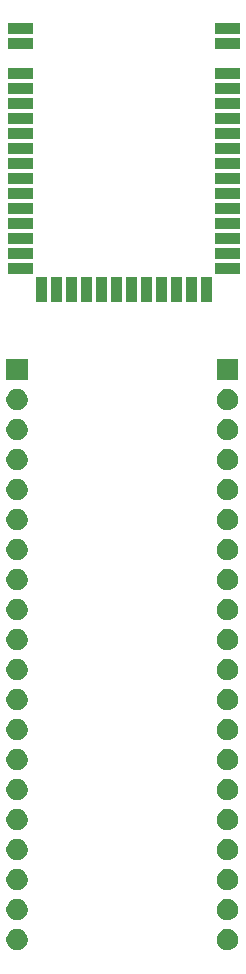
<source format=gbr>
G04 #@! TF.GenerationSoftware,KiCad,Pcbnew,(5.1.5-0-10_14)*
G04 #@! TF.CreationDate,2020-04-30T13:13:03+04:00*
G04 #@! TF.ProjectId,E73-2G4M04S1B-Breakout,4537332d-3247-4344-9d30-345331422d42,A1*
G04 #@! TF.SameCoordinates,Original*
G04 #@! TF.FileFunction,Soldermask,Top*
G04 #@! TF.FilePolarity,Negative*
%FSLAX46Y46*%
G04 Gerber Fmt 4.6, Leading zero omitted, Abs format (unit mm)*
G04 Created by KiCad (PCBNEW (5.1.5-0-10_14)) date 2020-04-30 13:13:03*
%MOMM*%
%LPD*%
G04 APERTURE LIST*
%ADD10C,0.100000*%
G04 APERTURE END LIST*
D10*
G36*
X161613512Y-142063927D02*
G01*
X161762812Y-142093624D01*
X161926784Y-142161544D01*
X162074354Y-142260147D01*
X162199853Y-142385646D01*
X162298456Y-142533216D01*
X162366376Y-142697188D01*
X162401000Y-142871259D01*
X162401000Y-143048741D01*
X162366376Y-143222812D01*
X162298456Y-143386784D01*
X162199853Y-143534354D01*
X162074354Y-143659853D01*
X161926784Y-143758456D01*
X161762812Y-143826376D01*
X161613512Y-143856073D01*
X161588742Y-143861000D01*
X161411258Y-143861000D01*
X161386488Y-143856073D01*
X161237188Y-143826376D01*
X161073216Y-143758456D01*
X160925646Y-143659853D01*
X160800147Y-143534354D01*
X160701544Y-143386784D01*
X160633624Y-143222812D01*
X160599000Y-143048741D01*
X160599000Y-142871259D01*
X160633624Y-142697188D01*
X160701544Y-142533216D01*
X160800147Y-142385646D01*
X160925646Y-142260147D01*
X161073216Y-142161544D01*
X161237188Y-142093624D01*
X161386488Y-142063927D01*
X161411258Y-142059000D01*
X161588742Y-142059000D01*
X161613512Y-142063927D01*
G37*
G36*
X143813512Y-142063927D02*
G01*
X143962812Y-142093624D01*
X144126784Y-142161544D01*
X144274354Y-142260147D01*
X144399853Y-142385646D01*
X144498456Y-142533216D01*
X144566376Y-142697188D01*
X144601000Y-142871259D01*
X144601000Y-143048741D01*
X144566376Y-143222812D01*
X144498456Y-143386784D01*
X144399853Y-143534354D01*
X144274354Y-143659853D01*
X144126784Y-143758456D01*
X143962812Y-143826376D01*
X143813512Y-143856073D01*
X143788742Y-143861000D01*
X143611258Y-143861000D01*
X143586488Y-143856073D01*
X143437188Y-143826376D01*
X143273216Y-143758456D01*
X143125646Y-143659853D01*
X143000147Y-143534354D01*
X142901544Y-143386784D01*
X142833624Y-143222812D01*
X142799000Y-143048741D01*
X142799000Y-142871259D01*
X142833624Y-142697188D01*
X142901544Y-142533216D01*
X143000147Y-142385646D01*
X143125646Y-142260147D01*
X143273216Y-142161544D01*
X143437188Y-142093624D01*
X143586488Y-142063927D01*
X143611258Y-142059000D01*
X143788742Y-142059000D01*
X143813512Y-142063927D01*
G37*
G36*
X143813512Y-139523927D02*
G01*
X143962812Y-139553624D01*
X144126784Y-139621544D01*
X144274354Y-139720147D01*
X144399853Y-139845646D01*
X144498456Y-139993216D01*
X144566376Y-140157188D01*
X144601000Y-140331259D01*
X144601000Y-140508741D01*
X144566376Y-140682812D01*
X144498456Y-140846784D01*
X144399853Y-140994354D01*
X144274354Y-141119853D01*
X144126784Y-141218456D01*
X143962812Y-141286376D01*
X143813512Y-141316073D01*
X143788742Y-141321000D01*
X143611258Y-141321000D01*
X143586488Y-141316073D01*
X143437188Y-141286376D01*
X143273216Y-141218456D01*
X143125646Y-141119853D01*
X143000147Y-140994354D01*
X142901544Y-140846784D01*
X142833624Y-140682812D01*
X142799000Y-140508741D01*
X142799000Y-140331259D01*
X142833624Y-140157188D01*
X142901544Y-139993216D01*
X143000147Y-139845646D01*
X143125646Y-139720147D01*
X143273216Y-139621544D01*
X143437188Y-139553624D01*
X143586488Y-139523927D01*
X143611258Y-139519000D01*
X143788742Y-139519000D01*
X143813512Y-139523927D01*
G37*
G36*
X161613512Y-139523927D02*
G01*
X161762812Y-139553624D01*
X161926784Y-139621544D01*
X162074354Y-139720147D01*
X162199853Y-139845646D01*
X162298456Y-139993216D01*
X162366376Y-140157188D01*
X162401000Y-140331259D01*
X162401000Y-140508741D01*
X162366376Y-140682812D01*
X162298456Y-140846784D01*
X162199853Y-140994354D01*
X162074354Y-141119853D01*
X161926784Y-141218456D01*
X161762812Y-141286376D01*
X161613512Y-141316073D01*
X161588742Y-141321000D01*
X161411258Y-141321000D01*
X161386488Y-141316073D01*
X161237188Y-141286376D01*
X161073216Y-141218456D01*
X160925646Y-141119853D01*
X160800147Y-140994354D01*
X160701544Y-140846784D01*
X160633624Y-140682812D01*
X160599000Y-140508741D01*
X160599000Y-140331259D01*
X160633624Y-140157188D01*
X160701544Y-139993216D01*
X160800147Y-139845646D01*
X160925646Y-139720147D01*
X161073216Y-139621544D01*
X161237188Y-139553624D01*
X161386488Y-139523927D01*
X161411258Y-139519000D01*
X161588742Y-139519000D01*
X161613512Y-139523927D01*
G37*
G36*
X161613512Y-136983927D02*
G01*
X161762812Y-137013624D01*
X161926784Y-137081544D01*
X162074354Y-137180147D01*
X162199853Y-137305646D01*
X162298456Y-137453216D01*
X162366376Y-137617188D01*
X162401000Y-137791259D01*
X162401000Y-137968741D01*
X162366376Y-138142812D01*
X162298456Y-138306784D01*
X162199853Y-138454354D01*
X162074354Y-138579853D01*
X161926784Y-138678456D01*
X161762812Y-138746376D01*
X161613512Y-138776073D01*
X161588742Y-138781000D01*
X161411258Y-138781000D01*
X161386488Y-138776073D01*
X161237188Y-138746376D01*
X161073216Y-138678456D01*
X160925646Y-138579853D01*
X160800147Y-138454354D01*
X160701544Y-138306784D01*
X160633624Y-138142812D01*
X160599000Y-137968741D01*
X160599000Y-137791259D01*
X160633624Y-137617188D01*
X160701544Y-137453216D01*
X160800147Y-137305646D01*
X160925646Y-137180147D01*
X161073216Y-137081544D01*
X161237188Y-137013624D01*
X161386488Y-136983927D01*
X161411258Y-136979000D01*
X161588742Y-136979000D01*
X161613512Y-136983927D01*
G37*
G36*
X143813512Y-136983927D02*
G01*
X143962812Y-137013624D01*
X144126784Y-137081544D01*
X144274354Y-137180147D01*
X144399853Y-137305646D01*
X144498456Y-137453216D01*
X144566376Y-137617188D01*
X144601000Y-137791259D01*
X144601000Y-137968741D01*
X144566376Y-138142812D01*
X144498456Y-138306784D01*
X144399853Y-138454354D01*
X144274354Y-138579853D01*
X144126784Y-138678456D01*
X143962812Y-138746376D01*
X143813512Y-138776073D01*
X143788742Y-138781000D01*
X143611258Y-138781000D01*
X143586488Y-138776073D01*
X143437188Y-138746376D01*
X143273216Y-138678456D01*
X143125646Y-138579853D01*
X143000147Y-138454354D01*
X142901544Y-138306784D01*
X142833624Y-138142812D01*
X142799000Y-137968741D01*
X142799000Y-137791259D01*
X142833624Y-137617188D01*
X142901544Y-137453216D01*
X143000147Y-137305646D01*
X143125646Y-137180147D01*
X143273216Y-137081544D01*
X143437188Y-137013624D01*
X143586488Y-136983927D01*
X143611258Y-136979000D01*
X143788742Y-136979000D01*
X143813512Y-136983927D01*
G37*
G36*
X161613512Y-134443927D02*
G01*
X161762812Y-134473624D01*
X161926784Y-134541544D01*
X162074354Y-134640147D01*
X162199853Y-134765646D01*
X162298456Y-134913216D01*
X162366376Y-135077188D01*
X162401000Y-135251259D01*
X162401000Y-135428741D01*
X162366376Y-135602812D01*
X162298456Y-135766784D01*
X162199853Y-135914354D01*
X162074354Y-136039853D01*
X161926784Y-136138456D01*
X161762812Y-136206376D01*
X161613512Y-136236073D01*
X161588742Y-136241000D01*
X161411258Y-136241000D01*
X161386488Y-136236073D01*
X161237188Y-136206376D01*
X161073216Y-136138456D01*
X160925646Y-136039853D01*
X160800147Y-135914354D01*
X160701544Y-135766784D01*
X160633624Y-135602812D01*
X160599000Y-135428741D01*
X160599000Y-135251259D01*
X160633624Y-135077188D01*
X160701544Y-134913216D01*
X160800147Y-134765646D01*
X160925646Y-134640147D01*
X161073216Y-134541544D01*
X161237188Y-134473624D01*
X161386488Y-134443927D01*
X161411258Y-134439000D01*
X161588742Y-134439000D01*
X161613512Y-134443927D01*
G37*
G36*
X143813512Y-134443927D02*
G01*
X143962812Y-134473624D01*
X144126784Y-134541544D01*
X144274354Y-134640147D01*
X144399853Y-134765646D01*
X144498456Y-134913216D01*
X144566376Y-135077188D01*
X144601000Y-135251259D01*
X144601000Y-135428741D01*
X144566376Y-135602812D01*
X144498456Y-135766784D01*
X144399853Y-135914354D01*
X144274354Y-136039853D01*
X144126784Y-136138456D01*
X143962812Y-136206376D01*
X143813512Y-136236073D01*
X143788742Y-136241000D01*
X143611258Y-136241000D01*
X143586488Y-136236073D01*
X143437188Y-136206376D01*
X143273216Y-136138456D01*
X143125646Y-136039853D01*
X143000147Y-135914354D01*
X142901544Y-135766784D01*
X142833624Y-135602812D01*
X142799000Y-135428741D01*
X142799000Y-135251259D01*
X142833624Y-135077188D01*
X142901544Y-134913216D01*
X143000147Y-134765646D01*
X143125646Y-134640147D01*
X143273216Y-134541544D01*
X143437188Y-134473624D01*
X143586488Y-134443927D01*
X143611258Y-134439000D01*
X143788742Y-134439000D01*
X143813512Y-134443927D01*
G37*
G36*
X143813512Y-131903927D02*
G01*
X143962812Y-131933624D01*
X144126784Y-132001544D01*
X144274354Y-132100147D01*
X144399853Y-132225646D01*
X144498456Y-132373216D01*
X144566376Y-132537188D01*
X144601000Y-132711259D01*
X144601000Y-132888741D01*
X144566376Y-133062812D01*
X144498456Y-133226784D01*
X144399853Y-133374354D01*
X144274354Y-133499853D01*
X144126784Y-133598456D01*
X143962812Y-133666376D01*
X143813512Y-133696073D01*
X143788742Y-133701000D01*
X143611258Y-133701000D01*
X143586488Y-133696073D01*
X143437188Y-133666376D01*
X143273216Y-133598456D01*
X143125646Y-133499853D01*
X143000147Y-133374354D01*
X142901544Y-133226784D01*
X142833624Y-133062812D01*
X142799000Y-132888741D01*
X142799000Y-132711259D01*
X142833624Y-132537188D01*
X142901544Y-132373216D01*
X143000147Y-132225646D01*
X143125646Y-132100147D01*
X143273216Y-132001544D01*
X143437188Y-131933624D01*
X143586488Y-131903927D01*
X143611258Y-131899000D01*
X143788742Y-131899000D01*
X143813512Y-131903927D01*
G37*
G36*
X161613512Y-131903927D02*
G01*
X161762812Y-131933624D01*
X161926784Y-132001544D01*
X162074354Y-132100147D01*
X162199853Y-132225646D01*
X162298456Y-132373216D01*
X162366376Y-132537188D01*
X162401000Y-132711259D01*
X162401000Y-132888741D01*
X162366376Y-133062812D01*
X162298456Y-133226784D01*
X162199853Y-133374354D01*
X162074354Y-133499853D01*
X161926784Y-133598456D01*
X161762812Y-133666376D01*
X161613512Y-133696073D01*
X161588742Y-133701000D01*
X161411258Y-133701000D01*
X161386488Y-133696073D01*
X161237188Y-133666376D01*
X161073216Y-133598456D01*
X160925646Y-133499853D01*
X160800147Y-133374354D01*
X160701544Y-133226784D01*
X160633624Y-133062812D01*
X160599000Y-132888741D01*
X160599000Y-132711259D01*
X160633624Y-132537188D01*
X160701544Y-132373216D01*
X160800147Y-132225646D01*
X160925646Y-132100147D01*
X161073216Y-132001544D01*
X161237188Y-131933624D01*
X161386488Y-131903927D01*
X161411258Y-131899000D01*
X161588742Y-131899000D01*
X161613512Y-131903927D01*
G37*
G36*
X143813512Y-129363927D02*
G01*
X143962812Y-129393624D01*
X144126784Y-129461544D01*
X144274354Y-129560147D01*
X144399853Y-129685646D01*
X144498456Y-129833216D01*
X144566376Y-129997188D01*
X144601000Y-130171259D01*
X144601000Y-130348741D01*
X144566376Y-130522812D01*
X144498456Y-130686784D01*
X144399853Y-130834354D01*
X144274354Y-130959853D01*
X144126784Y-131058456D01*
X143962812Y-131126376D01*
X143813512Y-131156073D01*
X143788742Y-131161000D01*
X143611258Y-131161000D01*
X143586488Y-131156073D01*
X143437188Y-131126376D01*
X143273216Y-131058456D01*
X143125646Y-130959853D01*
X143000147Y-130834354D01*
X142901544Y-130686784D01*
X142833624Y-130522812D01*
X142799000Y-130348741D01*
X142799000Y-130171259D01*
X142833624Y-129997188D01*
X142901544Y-129833216D01*
X143000147Y-129685646D01*
X143125646Y-129560147D01*
X143273216Y-129461544D01*
X143437188Y-129393624D01*
X143586488Y-129363927D01*
X143611258Y-129359000D01*
X143788742Y-129359000D01*
X143813512Y-129363927D01*
G37*
G36*
X161613512Y-129363927D02*
G01*
X161762812Y-129393624D01*
X161926784Y-129461544D01*
X162074354Y-129560147D01*
X162199853Y-129685646D01*
X162298456Y-129833216D01*
X162366376Y-129997188D01*
X162401000Y-130171259D01*
X162401000Y-130348741D01*
X162366376Y-130522812D01*
X162298456Y-130686784D01*
X162199853Y-130834354D01*
X162074354Y-130959853D01*
X161926784Y-131058456D01*
X161762812Y-131126376D01*
X161613512Y-131156073D01*
X161588742Y-131161000D01*
X161411258Y-131161000D01*
X161386488Y-131156073D01*
X161237188Y-131126376D01*
X161073216Y-131058456D01*
X160925646Y-130959853D01*
X160800147Y-130834354D01*
X160701544Y-130686784D01*
X160633624Y-130522812D01*
X160599000Y-130348741D01*
X160599000Y-130171259D01*
X160633624Y-129997188D01*
X160701544Y-129833216D01*
X160800147Y-129685646D01*
X160925646Y-129560147D01*
X161073216Y-129461544D01*
X161237188Y-129393624D01*
X161386488Y-129363927D01*
X161411258Y-129359000D01*
X161588742Y-129359000D01*
X161613512Y-129363927D01*
G37*
G36*
X143813512Y-126823927D02*
G01*
X143962812Y-126853624D01*
X144126784Y-126921544D01*
X144274354Y-127020147D01*
X144399853Y-127145646D01*
X144498456Y-127293216D01*
X144566376Y-127457188D01*
X144601000Y-127631259D01*
X144601000Y-127808741D01*
X144566376Y-127982812D01*
X144498456Y-128146784D01*
X144399853Y-128294354D01*
X144274354Y-128419853D01*
X144126784Y-128518456D01*
X143962812Y-128586376D01*
X143813512Y-128616073D01*
X143788742Y-128621000D01*
X143611258Y-128621000D01*
X143586488Y-128616073D01*
X143437188Y-128586376D01*
X143273216Y-128518456D01*
X143125646Y-128419853D01*
X143000147Y-128294354D01*
X142901544Y-128146784D01*
X142833624Y-127982812D01*
X142799000Y-127808741D01*
X142799000Y-127631259D01*
X142833624Y-127457188D01*
X142901544Y-127293216D01*
X143000147Y-127145646D01*
X143125646Y-127020147D01*
X143273216Y-126921544D01*
X143437188Y-126853624D01*
X143586488Y-126823927D01*
X143611258Y-126819000D01*
X143788742Y-126819000D01*
X143813512Y-126823927D01*
G37*
G36*
X161613512Y-126823927D02*
G01*
X161762812Y-126853624D01*
X161926784Y-126921544D01*
X162074354Y-127020147D01*
X162199853Y-127145646D01*
X162298456Y-127293216D01*
X162366376Y-127457188D01*
X162401000Y-127631259D01*
X162401000Y-127808741D01*
X162366376Y-127982812D01*
X162298456Y-128146784D01*
X162199853Y-128294354D01*
X162074354Y-128419853D01*
X161926784Y-128518456D01*
X161762812Y-128586376D01*
X161613512Y-128616073D01*
X161588742Y-128621000D01*
X161411258Y-128621000D01*
X161386488Y-128616073D01*
X161237188Y-128586376D01*
X161073216Y-128518456D01*
X160925646Y-128419853D01*
X160800147Y-128294354D01*
X160701544Y-128146784D01*
X160633624Y-127982812D01*
X160599000Y-127808741D01*
X160599000Y-127631259D01*
X160633624Y-127457188D01*
X160701544Y-127293216D01*
X160800147Y-127145646D01*
X160925646Y-127020147D01*
X161073216Y-126921544D01*
X161237188Y-126853624D01*
X161386488Y-126823927D01*
X161411258Y-126819000D01*
X161588742Y-126819000D01*
X161613512Y-126823927D01*
G37*
G36*
X161613512Y-124283927D02*
G01*
X161762812Y-124313624D01*
X161926784Y-124381544D01*
X162074354Y-124480147D01*
X162199853Y-124605646D01*
X162298456Y-124753216D01*
X162366376Y-124917188D01*
X162401000Y-125091259D01*
X162401000Y-125268741D01*
X162366376Y-125442812D01*
X162298456Y-125606784D01*
X162199853Y-125754354D01*
X162074354Y-125879853D01*
X161926784Y-125978456D01*
X161762812Y-126046376D01*
X161613512Y-126076073D01*
X161588742Y-126081000D01*
X161411258Y-126081000D01*
X161386488Y-126076073D01*
X161237188Y-126046376D01*
X161073216Y-125978456D01*
X160925646Y-125879853D01*
X160800147Y-125754354D01*
X160701544Y-125606784D01*
X160633624Y-125442812D01*
X160599000Y-125268741D01*
X160599000Y-125091259D01*
X160633624Y-124917188D01*
X160701544Y-124753216D01*
X160800147Y-124605646D01*
X160925646Y-124480147D01*
X161073216Y-124381544D01*
X161237188Y-124313624D01*
X161386488Y-124283927D01*
X161411258Y-124279000D01*
X161588742Y-124279000D01*
X161613512Y-124283927D01*
G37*
G36*
X143813512Y-124283927D02*
G01*
X143962812Y-124313624D01*
X144126784Y-124381544D01*
X144274354Y-124480147D01*
X144399853Y-124605646D01*
X144498456Y-124753216D01*
X144566376Y-124917188D01*
X144601000Y-125091259D01*
X144601000Y-125268741D01*
X144566376Y-125442812D01*
X144498456Y-125606784D01*
X144399853Y-125754354D01*
X144274354Y-125879853D01*
X144126784Y-125978456D01*
X143962812Y-126046376D01*
X143813512Y-126076073D01*
X143788742Y-126081000D01*
X143611258Y-126081000D01*
X143586488Y-126076073D01*
X143437188Y-126046376D01*
X143273216Y-125978456D01*
X143125646Y-125879853D01*
X143000147Y-125754354D01*
X142901544Y-125606784D01*
X142833624Y-125442812D01*
X142799000Y-125268741D01*
X142799000Y-125091259D01*
X142833624Y-124917188D01*
X142901544Y-124753216D01*
X143000147Y-124605646D01*
X143125646Y-124480147D01*
X143273216Y-124381544D01*
X143437188Y-124313624D01*
X143586488Y-124283927D01*
X143611258Y-124279000D01*
X143788742Y-124279000D01*
X143813512Y-124283927D01*
G37*
G36*
X143813512Y-121743927D02*
G01*
X143962812Y-121773624D01*
X144126784Y-121841544D01*
X144274354Y-121940147D01*
X144399853Y-122065646D01*
X144498456Y-122213216D01*
X144566376Y-122377188D01*
X144601000Y-122551259D01*
X144601000Y-122728741D01*
X144566376Y-122902812D01*
X144498456Y-123066784D01*
X144399853Y-123214354D01*
X144274354Y-123339853D01*
X144126784Y-123438456D01*
X143962812Y-123506376D01*
X143813512Y-123536073D01*
X143788742Y-123541000D01*
X143611258Y-123541000D01*
X143586488Y-123536073D01*
X143437188Y-123506376D01*
X143273216Y-123438456D01*
X143125646Y-123339853D01*
X143000147Y-123214354D01*
X142901544Y-123066784D01*
X142833624Y-122902812D01*
X142799000Y-122728741D01*
X142799000Y-122551259D01*
X142833624Y-122377188D01*
X142901544Y-122213216D01*
X143000147Y-122065646D01*
X143125646Y-121940147D01*
X143273216Y-121841544D01*
X143437188Y-121773624D01*
X143586488Y-121743927D01*
X143611258Y-121739000D01*
X143788742Y-121739000D01*
X143813512Y-121743927D01*
G37*
G36*
X161613512Y-121743927D02*
G01*
X161762812Y-121773624D01*
X161926784Y-121841544D01*
X162074354Y-121940147D01*
X162199853Y-122065646D01*
X162298456Y-122213216D01*
X162366376Y-122377188D01*
X162401000Y-122551259D01*
X162401000Y-122728741D01*
X162366376Y-122902812D01*
X162298456Y-123066784D01*
X162199853Y-123214354D01*
X162074354Y-123339853D01*
X161926784Y-123438456D01*
X161762812Y-123506376D01*
X161613512Y-123536073D01*
X161588742Y-123541000D01*
X161411258Y-123541000D01*
X161386488Y-123536073D01*
X161237188Y-123506376D01*
X161073216Y-123438456D01*
X160925646Y-123339853D01*
X160800147Y-123214354D01*
X160701544Y-123066784D01*
X160633624Y-122902812D01*
X160599000Y-122728741D01*
X160599000Y-122551259D01*
X160633624Y-122377188D01*
X160701544Y-122213216D01*
X160800147Y-122065646D01*
X160925646Y-121940147D01*
X161073216Y-121841544D01*
X161237188Y-121773624D01*
X161386488Y-121743927D01*
X161411258Y-121739000D01*
X161588742Y-121739000D01*
X161613512Y-121743927D01*
G37*
G36*
X143813512Y-119203927D02*
G01*
X143962812Y-119233624D01*
X144126784Y-119301544D01*
X144274354Y-119400147D01*
X144399853Y-119525646D01*
X144498456Y-119673216D01*
X144566376Y-119837188D01*
X144601000Y-120011259D01*
X144601000Y-120188741D01*
X144566376Y-120362812D01*
X144498456Y-120526784D01*
X144399853Y-120674354D01*
X144274354Y-120799853D01*
X144126784Y-120898456D01*
X143962812Y-120966376D01*
X143813512Y-120996073D01*
X143788742Y-121001000D01*
X143611258Y-121001000D01*
X143586488Y-120996073D01*
X143437188Y-120966376D01*
X143273216Y-120898456D01*
X143125646Y-120799853D01*
X143000147Y-120674354D01*
X142901544Y-120526784D01*
X142833624Y-120362812D01*
X142799000Y-120188741D01*
X142799000Y-120011259D01*
X142833624Y-119837188D01*
X142901544Y-119673216D01*
X143000147Y-119525646D01*
X143125646Y-119400147D01*
X143273216Y-119301544D01*
X143437188Y-119233624D01*
X143586488Y-119203927D01*
X143611258Y-119199000D01*
X143788742Y-119199000D01*
X143813512Y-119203927D01*
G37*
G36*
X161613512Y-119203927D02*
G01*
X161762812Y-119233624D01*
X161926784Y-119301544D01*
X162074354Y-119400147D01*
X162199853Y-119525646D01*
X162298456Y-119673216D01*
X162366376Y-119837188D01*
X162401000Y-120011259D01*
X162401000Y-120188741D01*
X162366376Y-120362812D01*
X162298456Y-120526784D01*
X162199853Y-120674354D01*
X162074354Y-120799853D01*
X161926784Y-120898456D01*
X161762812Y-120966376D01*
X161613512Y-120996073D01*
X161588742Y-121001000D01*
X161411258Y-121001000D01*
X161386488Y-120996073D01*
X161237188Y-120966376D01*
X161073216Y-120898456D01*
X160925646Y-120799853D01*
X160800147Y-120674354D01*
X160701544Y-120526784D01*
X160633624Y-120362812D01*
X160599000Y-120188741D01*
X160599000Y-120011259D01*
X160633624Y-119837188D01*
X160701544Y-119673216D01*
X160800147Y-119525646D01*
X160925646Y-119400147D01*
X161073216Y-119301544D01*
X161237188Y-119233624D01*
X161386488Y-119203927D01*
X161411258Y-119199000D01*
X161588742Y-119199000D01*
X161613512Y-119203927D01*
G37*
G36*
X143813512Y-116663927D02*
G01*
X143962812Y-116693624D01*
X144126784Y-116761544D01*
X144274354Y-116860147D01*
X144399853Y-116985646D01*
X144498456Y-117133216D01*
X144566376Y-117297188D01*
X144601000Y-117471259D01*
X144601000Y-117648741D01*
X144566376Y-117822812D01*
X144498456Y-117986784D01*
X144399853Y-118134354D01*
X144274354Y-118259853D01*
X144126784Y-118358456D01*
X143962812Y-118426376D01*
X143813512Y-118456073D01*
X143788742Y-118461000D01*
X143611258Y-118461000D01*
X143586488Y-118456073D01*
X143437188Y-118426376D01*
X143273216Y-118358456D01*
X143125646Y-118259853D01*
X143000147Y-118134354D01*
X142901544Y-117986784D01*
X142833624Y-117822812D01*
X142799000Y-117648741D01*
X142799000Y-117471259D01*
X142833624Y-117297188D01*
X142901544Y-117133216D01*
X143000147Y-116985646D01*
X143125646Y-116860147D01*
X143273216Y-116761544D01*
X143437188Y-116693624D01*
X143586488Y-116663927D01*
X143611258Y-116659000D01*
X143788742Y-116659000D01*
X143813512Y-116663927D01*
G37*
G36*
X161613512Y-116663927D02*
G01*
X161762812Y-116693624D01*
X161926784Y-116761544D01*
X162074354Y-116860147D01*
X162199853Y-116985646D01*
X162298456Y-117133216D01*
X162366376Y-117297188D01*
X162401000Y-117471259D01*
X162401000Y-117648741D01*
X162366376Y-117822812D01*
X162298456Y-117986784D01*
X162199853Y-118134354D01*
X162074354Y-118259853D01*
X161926784Y-118358456D01*
X161762812Y-118426376D01*
X161613512Y-118456073D01*
X161588742Y-118461000D01*
X161411258Y-118461000D01*
X161386488Y-118456073D01*
X161237188Y-118426376D01*
X161073216Y-118358456D01*
X160925646Y-118259853D01*
X160800147Y-118134354D01*
X160701544Y-117986784D01*
X160633624Y-117822812D01*
X160599000Y-117648741D01*
X160599000Y-117471259D01*
X160633624Y-117297188D01*
X160701544Y-117133216D01*
X160800147Y-116985646D01*
X160925646Y-116860147D01*
X161073216Y-116761544D01*
X161237188Y-116693624D01*
X161386488Y-116663927D01*
X161411258Y-116659000D01*
X161588742Y-116659000D01*
X161613512Y-116663927D01*
G37*
G36*
X143813512Y-114123927D02*
G01*
X143962812Y-114153624D01*
X144126784Y-114221544D01*
X144274354Y-114320147D01*
X144399853Y-114445646D01*
X144498456Y-114593216D01*
X144566376Y-114757188D01*
X144601000Y-114931259D01*
X144601000Y-115108741D01*
X144566376Y-115282812D01*
X144498456Y-115446784D01*
X144399853Y-115594354D01*
X144274354Y-115719853D01*
X144126784Y-115818456D01*
X143962812Y-115886376D01*
X143813512Y-115916073D01*
X143788742Y-115921000D01*
X143611258Y-115921000D01*
X143586488Y-115916073D01*
X143437188Y-115886376D01*
X143273216Y-115818456D01*
X143125646Y-115719853D01*
X143000147Y-115594354D01*
X142901544Y-115446784D01*
X142833624Y-115282812D01*
X142799000Y-115108741D01*
X142799000Y-114931259D01*
X142833624Y-114757188D01*
X142901544Y-114593216D01*
X143000147Y-114445646D01*
X143125646Y-114320147D01*
X143273216Y-114221544D01*
X143437188Y-114153624D01*
X143586488Y-114123927D01*
X143611258Y-114119000D01*
X143788742Y-114119000D01*
X143813512Y-114123927D01*
G37*
G36*
X161613512Y-114123927D02*
G01*
X161762812Y-114153624D01*
X161926784Y-114221544D01*
X162074354Y-114320147D01*
X162199853Y-114445646D01*
X162298456Y-114593216D01*
X162366376Y-114757188D01*
X162401000Y-114931259D01*
X162401000Y-115108741D01*
X162366376Y-115282812D01*
X162298456Y-115446784D01*
X162199853Y-115594354D01*
X162074354Y-115719853D01*
X161926784Y-115818456D01*
X161762812Y-115886376D01*
X161613512Y-115916073D01*
X161588742Y-115921000D01*
X161411258Y-115921000D01*
X161386488Y-115916073D01*
X161237188Y-115886376D01*
X161073216Y-115818456D01*
X160925646Y-115719853D01*
X160800147Y-115594354D01*
X160701544Y-115446784D01*
X160633624Y-115282812D01*
X160599000Y-115108741D01*
X160599000Y-114931259D01*
X160633624Y-114757188D01*
X160701544Y-114593216D01*
X160800147Y-114445646D01*
X160925646Y-114320147D01*
X161073216Y-114221544D01*
X161237188Y-114153624D01*
X161386488Y-114123927D01*
X161411258Y-114119000D01*
X161588742Y-114119000D01*
X161613512Y-114123927D01*
G37*
G36*
X143813512Y-111583927D02*
G01*
X143962812Y-111613624D01*
X144126784Y-111681544D01*
X144274354Y-111780147D01*
X144399853Y-111905646D01*
X144498456Y-112053216D01*
X144566376Y-112217188D01*
X144601000Y-112391259D01*
X144601000Y-112568741D01*
X144566376Y-112742812D01*
X144498456Y-112906784D01*
X144399853Y-113054354D01*
X144274354Y-113179853D01*
X144126784Y-113278456D01*
X143962812Y-113346376D01*
X143813512Y-113376073D01*
X143788742Y-113381000D01*
X143611258Y-113381000D01*
X143586488Y-113376073D01*
X143437188Y-113346376D01*
X143273216Y-113278456D01*
X143125646Y-113179853D01*
X143000147Y-113054354D01*
X142901544Y-112906784D01*
X142833624Y-112742812D01*
X142799000Y-112568741D01*
X142799000Y-112391259D01*
X142833624Y-112217188D01*
X142901544Y-112053216D01*
X143000147Y-111905646D01*
X143125646Y-111780147D01*
X143273216Y-111681544D01*
X143437188Y-111613624D01*
X143586488Y-111583927D01*
X143611258Y-111579000D01*
X143788742Y-111579000D01*
X143813512Y-111583927D01*
G37*
G36*
X161613512Y-111583927D02*
G01*
X161762812Y-111613624D01*
X161926784Y-111681544D01*
X162074354Y-111780147D01*
X162199853Y-111905646D01*
X162298456Y-112053216D01*
X162366376Y-112217188D01*
X162401000Y-112391259D01*
X162401000Y-112568741D01*
X162366376Y-112742812D01*
X162298456Y-112906784D01*
X162199853Y-113054354D01*
X162074354Y-113179853D01*
X161926784Y-113278456D01*
X161762812Y-113346376D01*
X161613512Y-113376073D01*
X161588742Y-113381000D01*
X161411258Y-113381000D01*
X161386488Y-113376073D01*
X161237188Y-113346376D01*
X161073216Y-113278456D01*
X160925646Y-113179853D01*
X160800147Y-113054354D01*
X160701544Y-112906784D01*
X160633624Y-112742812D01*
X160599000Y-112568741D01*
X160599000Y-112391259D01*
X160633624Y-112217188D01*
X160701544Y-112053216D01*
X160800147Y-111905646D01*
X160925646Y-111780147D01*
X161073216Y-111681544D01*
X161237188Y-111613624D01*
X161386488Y-111583927D01*
X161411258Y-111579000D01*
X161588742Y-111579000D01*
X161613512Y-111583927D01*
G37*
G36*
X161613512Y-109043927D02*
G01*
X161762812Y-109073624D01*
X161926784Y-109141544D01*
X162074354Y-109240147D01*
X162199853Y-109365646D01*
X162298456Y-109513216D01*
X162366376Y-109677188D01*
X162401000Y-109851259D01*
X162401000Y-110028741D01*
X162366376Y-110202812D01*
X162298456Y-110366784D01*
X162199853Y-110514354D01*
X162074354Y-110639853D01*
X161926784Y-110738456D01*
X161762812Y-110806376D01*
X161613512Y-110836073D01*
X161588742Y-110841000D01*
X161411258Y-110841000D01*
X161386488Y-110836073D01*
X161237188Y-110806376D01*
X161073216Y-110738456D01*
X160925646Y-110639853D01*
X160800147Y-110514354D01*
X160701544Y-110366784D01*
X160633624Y-110202812D01*
X160599000Y-110028741D01*
X160599000Y-109851259D01*
X160633624Y-109677188D01*
X160701544Y-109513216D01*
X160800147Y-109365646D01*
X160925646Y-109240147D01*
X161073216Y-109141544D01*
X161237188Y-109073624D01*
X161386488Y-109043927D01*
X161411258Y-109039000D01*
X161588742Y-109039000D01*
X161613512Y-109043927D01*
G37*
G36*
X143813512Y-109043927D02*
G01*
X143962812Y-109073624D01*
X144126784Y-109141544D01*
X144274354Y-109240147D01*
X144399853Y-109365646D01*
X144498456Y-109513216D01*
X144566376Y-109677188D01*
X144601000Y-109851259D01*
X144601000Y-110028741D01*
X144566376Y-110202812D01*
X144498456Y-110366784D01*
X144399853Y-110514354D01*
X144274354Y-110639853D01*
X144126784Y-110738456D01*
X143962812Y-110806376D01*
X143813512Y-110836073D01*
X143788742Y-110841000D01*
X143611258Y-110841000D01*
X143586488Y-110836073D01*
X143437188Y-110806376D01*
X143273216Y-110738456D01*
X143125646Y-110639853D01*
X143000147Y-110514354D01*
X142901544Y-110366784D01*
X142833624Y-110202812D01*
X142799000Y-110028741D01*
X142799000Y-109851259D01*
X142833624Y-109677188D01*
X142901544Y-109513216D01*
X143000147Y-109365646D01*
X143125646Y-109240147D01*
X143273216Y-109141544D01*
X143437188Y-109073624D01*
X143586488Y-109043927D01*
X143611258Y-109039000D01*
X143788742Y-109039000D01*
X143813512Y-109043927D01*
G37*
G36*
X143813512Y-106503927D02*
G01*
X143962812Y-106533624D01*
X144126784Y-106601544D01*
X144274354Y-106700147D01*
X144399853Y-106825646D01*
X144498456Y-106973216D01*
X144566376Y-107137188D01*
X144601000Y-107311259D01*
X144601000Y-107488741D01*
X144566376Y-107662812D01*
X144498456Y-107826784D01*
X144399853Y-107974354D01*
X144274354Y-108099853D01*
X144126784Y-108198456D01*
X143962812Y-108266376D01*
X143813512Y-108296073D01*
X143788742Y-108301000D01*
X143611258Y-108301000D01*
X143586488Y-108296073D01*
X143437188Y-108266376D01*
X143273216Y-108198456D01*
X143125646Y-108099853D01*
X143000147Y-107974354D01*
X142901544Y-107826784D01*
X142833624Y-107662812D01*
X142799000Y-107488741D01*
X142799000Y-107311259D01*
X142833624Y-107137188D01*
X142901544Y-106973216D01*
X143000147Y-106825646D01*
X143125646Y-106700147D01*
X143273216Y-106601544D01*
X143437188Y-106533624D01*
X143586488Y-106503927D01*
X143611258Y-106499000D01*
X143788742Y-106499000D01*
X143813512Y-106503927D01*
G37*
G36*
X161613512Y-106503927D02*
G01*
X161762812Y-106533624D01*
X161926784Y-106601544D01*
X162074354Y-106700147D01*
X162199853Y-106825646D01*
X162298456Y-106973216D01*
X162366376Y-107137188D01*
X162401000Y-107311259D01*
X162401000Y-107488741D01*
X162366376Y-107662812D01*
X162298456Y-107826784D01*
X162199853Y-107974354D01*
X162074354Y-108099853D01*
X161926784Y-108198456D01*
X161762812Y-108266376D01*
X161613512Y-108296073D01*
X161588742Y-108301000D01*
X161411258Y-108301000D01*
X161386488Y-108296073D01*
X161237188Y-108266376D01*
X161073216Y-108198456D01*
X160925646Y-108099853D01*
X160800147Y-107974354D01*
X160701544Y-107826784D01*
X160633624Y-107662812D01*
X160599000Y-107488741D01*
X160599000Y-107311259D01*
X160633624Y-107137188D01*
X160701544Y-106973216D01*
X160800147Y-106825646D01*
X160925646Y-106700147D01*
X161073216Y-106601544D01*
X161237188Y-106533624D01*
X161386488Y-106503927D01*
X161411258Y-106499000D01*
X161588742Y-106499000D01*
X161613512Y-106503927D01*
G37*
G36*
X143813512Y-103963927D02*
G01*
X143962812Y-103993624D01*
X144126784Y-104061544D01*
X144274354Y-104160147D01*
X144399853Y-104285646D01*
X144498456Y-104433216D01*
X144566376Y-104597188D01*
X144601000Y-104771259D01*
X144601000Y-104948741D01*
X144566376Y-105122812D01*
X144498456Y-105286784D01*
X144399853Y-105434354D01*
X144274354Y-105559853D01*
X144126784Y-105658456D01*
X143962812Y-105726376D01*
X143813512Y-105756073D01*
X143788742Y-105761000D01*
X143611258Y-105761000D01*
X143586488Y-105756073D01*
X143437188Y-105726376D01*
X143273216Y-105658456D01*
X143125646Y-105559853D01*
X143000147Y-105434354D01*
X142901544Y-105286784D01*
X142833624Y-105122812D01*
X142799000Y-104948741D01*
X142799000Y-104771259D01*
X142833624Y-104597188D01*
X142901544Y-104433216D01*
X143000147Y-104285646D01*
X143125646Y-104160147D01*
X143273216Y-104061544D01*
X143437188Y-103993624D01*
X143586488Y-103963927D01*
X143611258Y-103959000D01*
X143788742Y-103959000D01*
X143813512Y-103963927D01*
G37*
G36*
X161613512Y-103963927D02*
G01*
X161762812Y-103993624D01*
X161926784Y-104061544D01*
X162074354Y-104160147D01*
X162199853Y-104285646D01*
X162298456Y-104433216D01*
X162366376Y-104597188D01*
X162401000Y-104771259D01*
X162401000Y-104948741D01*
X162366376Y-105122812D01*
X162298456Y-105286784D01*
X162199853Y-105434354D01*
X162074354Y-105559853D01*
X161926784Y-105658456D01*
X161762812Y-105726376D01*
X161613512Y-105756073D01*
X161588742Y-105761000D01*
X161411258Y-105761000D01*
X161386488Y-105756073D01*
X161237188Y-105726376D01*
X161073216Y-105658456D01*
X160925646Y-105559853D01*
X160800147Y-105434354D01*
X160701544Y-105286784D01*
X160633624Y-105122812D01*
X160599000Y-104948741D01*
X160599000Y-104771259D01*
X160633624Y-104597188D01*
X160701544Y-104433216D01*
X160800147Y-104285646D01*
X160925646Y-104160147D01*
X161073216Y-104061544D01*
X161237188Y-103993624D01*
X161386488Y-103963927D01*
X161411258Y-103959000D01*
X161588742Y-103959000D01*
X161613512Y-103963927D01*
G37*
G36*
X143813512Y-101423927D02*
G01*
X143962812Y-101453624D01*
X144126784Y-101521544D01*
X144274354Y-101620147D01*
X144399853Y-101745646D01*
X144498456Y-101893216D01*
X144566376Y-102057188D01*
X144601000Y-102231259D01*
X144601000Y-102408741D01*
X144566376Y-102582812D01*
X144498456Y-102746784D01*
X144399853Y-102894354D01*
X144274354Y-103019853D01*
X144126784Y-103118456D01*
X143962812Y-103186376D01*
X143813512Y-103216073D01*
X143788742Y-103221000D01*
X143611258Y-103221000D01*
X143586488Y-103216073D01*
X143437188Y-103186376D01*
X143273216Y-103118456D01*
X143125646Y-103019853D01*
X143000147Y-102894354D01*
X142901544Y-102746784D01*
X142833624Y-102582812D01*
X142799000Y-102408741D01*
X142799000Y-102231259D01*
X142833624Y-102057188D01*
X142901544Y-101893216D01*
X143000147Y-101745646D01*
X143125646Y-101620147D01*
X143273216Y-101521544D01*
X143437188Y-101453624D01*
X143586488Y-101423927D01*
X143611258Y-101419000D01*
X143788742Y-101419000D01*
X143813512Y-101423927D01*
G37*
G36*
X161613512Y-101423927D02*
G01*
X161762812Y-101453624D01*
X161926784Y-101521544D01*
X162074354Y-101620147D01*
X162199853Y-101745646D01*
X162298456Y-101893216D01*
X162366376Y-102057188D01*
X162401000Y-102231259D01*
X162401000Y-102408741D01*
X162366376Y-102582812D01*
X162298456Y-102746784D01*
X162199853Y-102894354D01*
X162074354Y-103019853D01*
X161926784Y-103118456D01*
X161762812Y-103186376D01*
X161613512Y-103216073D01*
X161588742Y-103221000D01*
X161411258Y-103221000D01*
X161386488Y-103216073D01*
X161237188Y-103186376D01*
X161073216Y-103118456D01*
X160925646Y-103019853D01*
X160800147Y-102894354D01*
X160701544Y-102746784D01*
X160633624Y-102582812D01*
X160599000Y-102408741D01*
X160599000Y-102231259D01*
X160633624Y-102057188D01*
X160701544Y-101893216D01*
X160800147Y-101745646D01*
X160925646Y-101620147D01*
X161073216Y-101521544D01*
X161237188Y-101453624D01*
X161386488Y-101423927D01*
X161411258Y-101419000D01*
X161588742Y-101419000D01*
X161613512Y-101423927D01*
G37*
G36*
X143813512Y-98883927D02*
G01*
X143962812Y-98913624D01*
X144126784Y-98981544D01*
X144274354Y-99080147D01*
X144399853Y-99205646D01*
X144498456Y-99353216D01*
X144566376Y-99517188D01*
X144601000Y-99691259D01*
X144601000Y-99868741D01*
X144566376Y-100042812D01*
X144498456Y-100206784D01*
X144399853Y-100354354D01*
X144274354Y-100479853D01*
X144126784Y-100578456D01*
X143962812Y-100646376D01*
X143813512Y-100676073D01*
X143788742Y-100681000D01*
X143611258Y-100681000D01*
X143586488Y-100676073D01*
X143437188Y-100646376D01*
X143273216Y-100578456D01*
X143125646Y-100479853D01*
X143000147Y-100354354D01*
X142901544Y-100206784D01*
X142833624Y-100042812D01*
X142799000Y-99868741D01*
X142799000Y-99691259D01*
X142833624Y-99517188D01*
X142901544Y-99353216D01*
X143000147Y-99205646D01*
X143125646Y-99080147D01*
X143273216Y-98981544D01*
X143437188Y-98913624D01*
X143586488Y-98883927D01*
X143611258Y-98879000D01*
X143788742Y-98879000D01*
X143813512Y-98883927D01*
G37*
G36*
X161613512Y-98883927D02*
G01*
X161762812Y-98913624D01*
X161926784Y-98981544D01*
X162074354Y-99080147D01*
X162199853Y-99205646D01*
X162298456Y-99353216D01*
X162366376Y-99517188D01*
X162401000Y-99691259D01*
X162401000Y-99868741D01*
X162366376Y-100042812D01*
X162298456Y-100206784D01*
X162199853Y-100354354D01*
X162074354Y-100479853D01*
X161926784Y-100578456D01*
X161762812Y-100646376D01*
X161613512Y-100676073D01*
X161588742Y-100681000D01*
X161411258Y-100681000D01*
X161386488Y-100676073D01*
X161237188Y-100646376D01*
X161073216Y-100578456D01*
X160925646Y-100479853D01*
X160800147Y-100354354D01*
X160701544Y-100206784D01*
X160633624Y-100042812D01*
X160599000Y-99868741D01*
X160599000Y-99691259D01*
X160633624Y-99517188D01*
X160701544Y-99353216D01*
X160800147Y-99205646D01*
X160925646Y-99080147D01*
X161073216Y-98981544D01*
X161237188Y-98913624D01*
X161386488Y-98883927D01*
X161411258Y-98879000D01*
X161588742Y-98879000D01*
X161613512Y-98883927D01*
G37*
G36*
X161613512Y-96343927D02*
G01*
X161762812Y-96373624D01*
X161926784Y-96441544D01*
X162074354Y-96540147D01*
X162199853Y-96665646D01*
X162298456Y-96813216D01*
X162366376Y-96977188D01*
X162401000Y-97151259D01*
X162401000Y-97328741D01*
X162366376Y-97502812D01*
X162298456Y-97666784D01*
X162199853Y-97814354D01*
X162074354Y-97939853D01*
X161926784Y-98038456D01*
X161762812Y-98106376D01*
X161613512Y-98136073D01*
X161588742Y-98141000D01*
X161411258Y-98141000D01*
X161386488Y-98136073D01*
X161237188Y-98106376D01*
X161073216Y-98038456D01*
X160925646Y-97939853D01*
X160800147Y-97814354D01*
X160701544Y-97666784D01*
X160633624Y-97502812D01*
X160599000Y-97328741D01*
X160599000Y-97151259D01*
X160633624Y-96977188D01*
X160701544Y-96813216D01*
X160800147Y-96665646D01*
X160925646Y-96540147D01*
X161073216Y-96441544D01*
X161237188Y-96373624D01*
X161386488Y-96343927D01*
X161411258Y-96339000D01*
X161588742Y-96339000D01*
X161613512Y-96343927D01*
G37*
G36*
X143813512Y-96343927D02*
G01*
X143962812Y-96373624D01*
X144126784Y-96441544D01*
X144274354Y-96540147D01*
X144399853Y-96665646D01*
X144498456Y-96813216D01*
X144566376Y-96977188D01*
X144601000Y-97151259D01*
X144601000Y-97328741D01*
X144566376Y-97502812D01*
X144498456Y-97666784D01*
X144399853Y-97814354D01*
X144274354Y-97939853D01*
X144126784Y-98038456D01*
X143962812Y-98106376D01*
X143813512Y-98136073D01*
X143788742Y-98141000D01*
X143611258Y-98141000D01*
X143586488Y-98136073D01*
X143437188Y-98106376D01*
X143273216Y-98038456D01*
X143125646Y-97939853D01*
X143000147Y-97814354D01*
X142901544Y-97666784D01*
X142833624Y-97502812D01*
X142799000Y-97328741D01*
X142799000Y-97151259D01*
X142833624Y-96977188D01*
X142901544Y-96813216D01*
X143000147Y-96665646D01*
X143125646Y-96540147D01*
X143273216Y-96441544D01*
X143437188Y-96373624D01*
X143586488Y-96343927D01*
X143611258Y-96339000D01*
X143788742Y-96339000D01*
X143813512Y-96343927D01*
G37*
G36*
X162401000Y-95601000D02*
G01*
X160599000Y-95601000D01*
X160599000Y-93799000D01*
X162401000Y-93799000D01*
X162401000Y-95601000D01*
G37*
G36*
X144601000Y-95601000D02*
G01*
X142799000Y-95601000D01*
X142799000Y-93799000D01*
X144601000Y-93799000D01*
X144601000Y-95601000D01*
G37*
G36*
X147491000Y-88951000D02*
G01*
X146589000Y-88951000D01*
X146589000Y-86849000D01*
X147491000Y-86849000D01*
X147491000Y-88951000D01*
G37*
G36*
X146221000Y-88951000D02*
G01*
X145319000Y-88951000D01*
X145319000Y-86849000D01*
X146221000Y-86849000D01*
X146221000Y-88951000D01*
G37*
G36*
X148761000Y-88951000D02*
G01*
X147859000Y-88951000D01*
X147859000Y-86849000D01*
X148761000Y-86849000D01*
X148761000Y-88951000D01*
G37*
G36*
X150031000Y-88951000D02*
G01*
X149129000Y-88951000D01*
X149129000Y-86849000D01*
X150031000Y-86849000D01*
X150031000Y-88951000D01*
G37*
G36*
X151301000Y-88951000D02*
G01*
X150399000Y-88951000D01*
X150399000Y-86849000D01*
X151301000Y-86849000D01*
X151301000Y-88951000D01*
G37*
G36*
X160191000Y-88951000D02*
G01*
X159289000Y-88951000D01*
X159289000Y-86849000D01*
X160191000Y-86849000D01*
X160191000Y-88951000D01*
G37*
G36*
X152571000Y-88951000D02*
G01*
X151669000Y-88951000D01*
X151669000Y-86849000D01*
X152571000Y-86849000D01*
X152571000Y-88951000D01*
G37*
G36*
X153841000Y-88951000D02*
G01*
X152939000Y-88951000D01*
X152939000Y-86849000D01*
X153841000Y-86849000D01*
X153841000Y-88951000D01*
G37*
G36*
X155111000Y-88951000D02*
G01*
X154209000Y-88951000D01*
X154209000Y-86849000D01*
X155111000Y-86849000D01*
X155111000Y-88951000D01*
G37*
G36*
X158921000Y-88951000D02*
G01*
X158019000Y-88951000D01*
X158019000Y-86849000D01*
X158921000Y-86849000D01*
X158921000Y-88951000D01*
G37*
G36*
X157651000Y-88951000D02*
G01*
X156749000Y-88951000D01*
X156749000Y-86849000D01*
X157651000Y-86849000D01*
X157651000Y-88951000D01*
G37*
G36*
X156381000Y-88951000D02*
G01*
X155479000Y-88951000D01*
X155479000Y-86849000D01*
X156381000Y-86849000D01*
X156381000Y-88951000D01*
G37*
G36*
X162551000Y-86601000D02*
G01*
X160449000Y-86601000D01*
X160449000Y-85699000D01*
X162551000Y-85699000D01*
X162551000Y-86601000D01*
G37*
G36*
X145051000Y-86601000D02*
G01*
X142949000Y-86601000D01*
X142949000Y-85699000D01*
X145051000Y-85699000D01*
X145051000Y-86601000D01*
G37*
G36*
X162551000Y-85331000D02*
G01*
X160449000Y-85331000D01*
X160449000Y-84429000D01*
X162551000Y-84429000D01*
X162551000Y-85331000D01*
G37*
G36*
X145051000Y-85331000D02*
G01*
X142949000Y-85331000D01*
X142949000Y-84429000D01*
X145051000Y-84429000D01*
X145051000Y-85331000D01*
G37*
G36*
X145051000Y-84061000D02*
G01*
X142949000Y-84061000D01*
X142949000Y-83159000D01*
X145051000Y-83159000D01*
X145051000Y-84061000D01*
G37*
G36*
X162551000Y-84061000D02*
G01*
X160449000Y-84061000D01*
X160449000Y-83159000D01*
X162551000Y-83159000D01*
X162551000Y-84061000D01*
G37*
G36*
X162551000Y-82791000D02*
G01*
X160449000Y-82791000D01*
X160449000Y-81889000D01*
X162551000Y-81889000D01*
X162551000Y-82791000D01*
G37*
G36*
X145051000Y-82791000D02*
G01*
X142949000Y-82791000D01*
X142949000Y-81889000D01*
X145051000Y-81889000D01*
X145051000Y-82791000D01*
G37*
G36*
X145051000Y-81521000D02*
G01*
X142949000Y-81521000D01*
X142949000Y-80619000D01*
X145051000Y-80619000D01*
X145051000Y-81521000D01*
G37*
G36*
X162551000Y-81511000D02*
G01*
X160449000Y-81511000D01*
X160449000Y-80609000D01*
X162551000Y-80609000D01*
X162551000Y-81511000D01*
G37*
G36*
X145051000Y-80251000D02*
G01*
X142949000Y-80251000D01*
X142949000Y-79349000D01*
X145051000Y-79349000D01*
X145051000Y-80251000D01*
G37*
G36*
X162551000Y-80241000D02*
G01*
X160449000Y-80241000D01*
X160449000Y-79339000D01*
X162551000Y-79339000D01*
X162551000Y-80241000D01*
G37*
G36*
X145051000Y-78981000D02*
G01*
X142949000Y-78981000D01*
X142949000Y-78079000D01*
X145051000Y-78079000D01*
X145051000Y-78981000D01*
G37*
G36*
X162551000Y-78971000D02*
G01*
X160449000Y-78971000D01*
X160449000Y-78069000D01*
X162551000Y-78069000D01*
X162551000Y-78971000D01*
G37*
G36*
X145051000Y-77711000D02*
G01*
X142949000Y-77711000D01*
X142949000Y-76809000D01*
X145051000Y-76809000D01*
X145051000Y-77711000D01*
G37*
G36*
X162551000Y-77701000D02*
G01*
X160449000Y-77701000D01*
X160449000Y-76799000D01*
X162551000Y-76799000D01*
X162551000Y-77701000D01*
G37*
G36*
X145051000Y-76441000D02*
G01*
X142949000Y-76441000D01*
X142949000Y-75539000D01*
X145051000Y-75539000D01*
X145051000Y-76441000D01*
G37*
G36*
X162551000Y-76431000D02*
G01*
X160449000Y-76431000D01*
X160449000Y-75529000D01*
X162551000Y-75529000D01*
X162551000Y-76431000D01*
G37*
G36*
X145051000Y-75171000D02*
G01*
X142949000Y-75171000D01*
X142949000Y-74269000D01*
X145051000Y-74269000D01*
X145051000Y-75171000D01*
G37*
G36*
X162551000Y-75161000D02*
G01*
X160449000Y-75161000D01*
X160449000Y-74259000D01*
X162551000Y-74259000D01*
X162551000Y-75161000D01*
G37*
G36*
X145051000Y-73901000D02*
G01*
X142949000Y-73901000D01*
X142949000Y-72999000D01*
X145051000Y-72999000D01*
X145051000Y-73901000D01*
G37*
G36*
X162551000Y-73891000D02*
G01*
X160449000Y-73891000D01*
X160449000Y-72989000D01*
X162551000Y-72989000D01*
X162551000Y-73891000D01*
G37*
G36*
X145051000Y-72631000D02*
G01*
X142949000Y-72631000D01*
X142949000Y-71729000D01*
X145051000Y-71729000D01*
X145051000Y-72631000D01*
G37*
G36*
X162551000Y-72621000D02*
G01*
X160449000Y-72621000D01*
X160449000Y-71719000D01*
X162551000Y-71719000D01*
X162551000Y-72621000D01*
G37*
G36*
X145051000Y-71361000D02*
G01*
X142949000Y-71361000D01*
X142949000Y-70459000D01*
X145051000Y-70459000D01*
X145051000Y-71361000D01*
G37*
G36*
X162551000Y-71351000D02*
G01*
X160449000Y-71351000D01*
X160449000Y-70449000D01*
X162551000Y-70449000D01*
X162551000Y-71351000D01*
G37*
G36*
X145051000Y-70091000D02*
G01*
X142949000Y-70091000D01*
X142949000Y-69189000D01*
X145051000Y-69189000D01*
X145051000Y-70091000D01*
G37*
G36*
X162551000Y-70081000D02*
G01*
X160449000Y-70081000D01*
X160449000Y-69179000D01*
X162551000Y-69179000D01*
X162551000Y-70081000D01*
G37*
G36*
X145051000Y-67551000D02*
G01*
X142949000Y-67551000D01*
X142949000Y-66649000D01*
X145051000Y-66649000D01*
X145051000Y-67551000D01*
G37*
G36*
X162551000Y-67541000D02*
G01*
X160449000Y-67541000D01*
X160449000Y-66639000D01*
X162551000Y-66639000D01*
X162551000Y-67541000D01*
G37*
G36*
X162551000Y-66281000D02*
G01*
X160449000Y-66281000D01*
X160449000Y-65379000D01*
X162551000Y-65379000D01*
X162551000Y-66281000D01*
G37*
G36*
X145051000Y-66281000D02*
G01*
X142949000Y-66281000D01*
X142949000Y-65379000D01*
X145051000Y-65379000D01*
X145051000Y-66281000D01*
G37*
M02*

</source>
